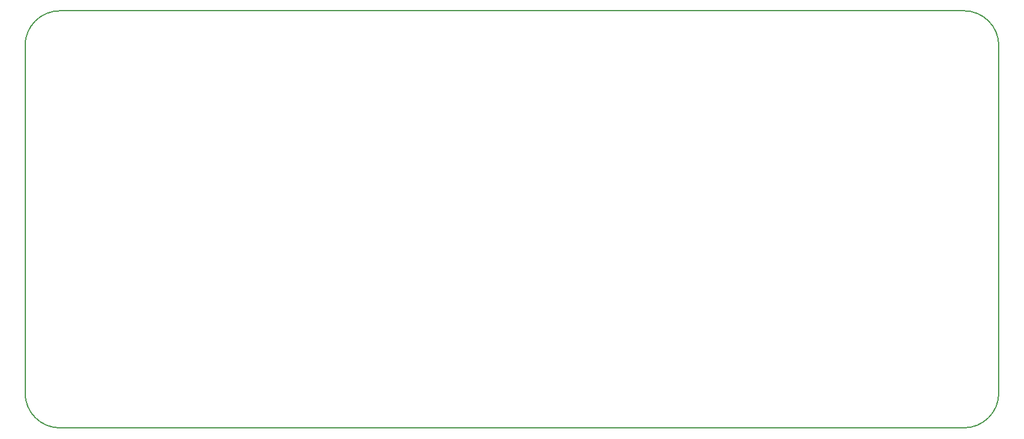
<source format=gko>
G04 Layer_Color=16711935*
%FSAX24Y24*%
%MOIN*%
G70*
G01*
G75*
%ADD74C,0.0079*%
D74*
X309055Y177165D02*
G03*
X311024Y179134I000000J001969D01*
G01*
Y198819D02*
G03*
X309055Y200787I-001969J000000D01*
G01*
X255906Y179134D02*
G03*
X257874Y177165I001969J000000D01*
G01*
Y200787D02*
G03*
X255906Y198819I000000J-001969D01*
G01*
X311024Y179134D02*
Y198819D01*
X257874Y177165D02*
X309055D01*
X257874Y200787D02*
X309055D01*
X255906Y179134D02*
Y198819D01*
M02*

</source>
